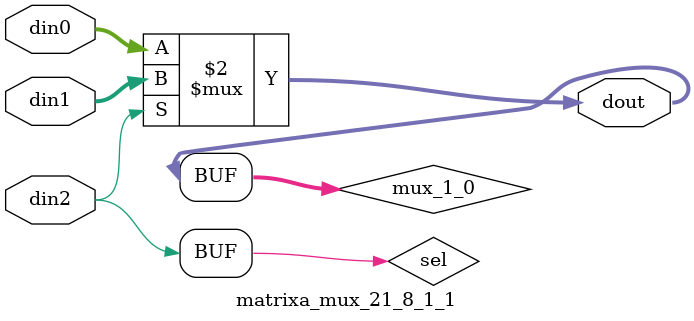
<source format=v>

`timescale 1ns/1ps

module matrixa_mux_21_8_1_1 #(
parameter
    ID                = 0,
    NUM_STAGE         = 1,
    din0_WIDTH       = 32,
    din1_WIDTH       = 32,
    din2_WIDTH         = 32,
    dout_WIDTH            = 32
)(
    input  [7 : 0]     din0,
    input  [7 : 0]     din1,
    input  [0 : 0]    din2,
    output [7 : 0]   dout);

// puts internal signals
wire [0 : 0]     sel;
// level 1 signals
wire [7 : 0]         mux_1_0;

assign sel = din2;

// Generate level 1 logic
assign mux_1_0 = (sel[0] == 0)? din0 : din1;

// output logic
assign dout = mux_1_0;

endmodule

</source>
